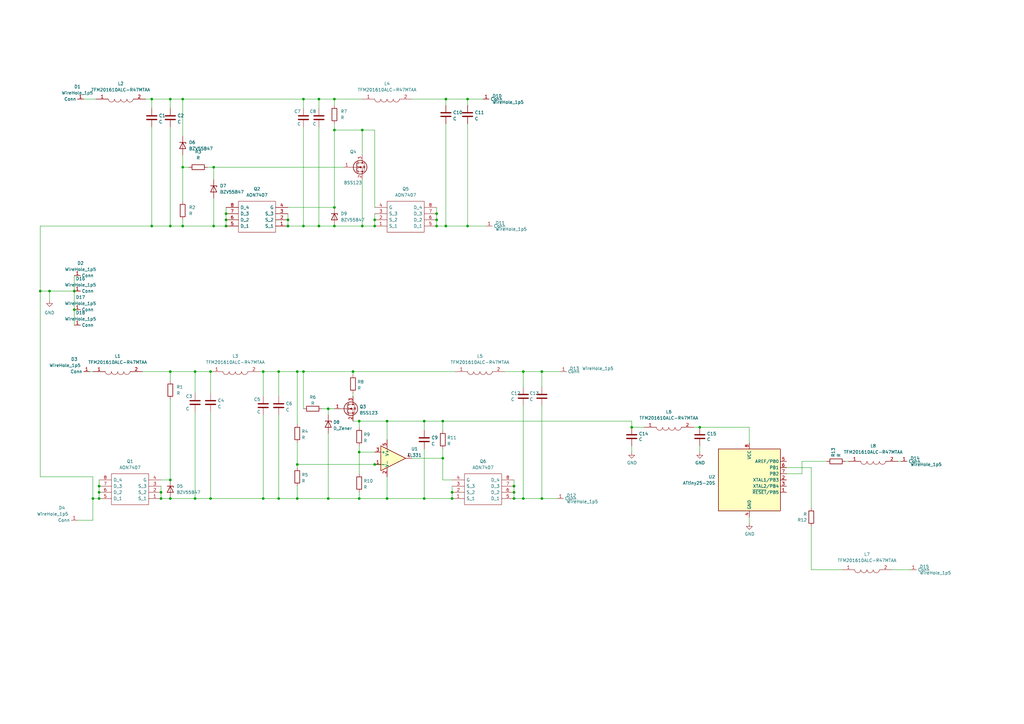
<source format=kicad_sch>
(kicad_sch (version 20211123) (generator eeschema)
  (paper "A3")
  (lib_symbols
    (symbol "AON7407:AON7407" (pin_names (offset 0.762))
      (property "Reference" "Q" (at 21.59 7.62 0))
      (property "Value" "AON7407" (at 21.59 5.08 0))
      (symbol "AON7407_0_0"
        (pin passive line (at 0 0 0) (length 5.08) (name "S_1") (number "1"))
        (pin passive line (at 0 -2.54 0) (length 5.08) (name "S_2") (number "2"))
        (pin passive line (at 0 -5.08 0) (length 5.08) (name "S_3") (number "3"))
        (pin passive line (at 0 -7.62 0) (length 5.08) (name "G") (number "4"))
        (pin passive line (at 25.4 0 180) (length 5.08) (name "D_1") (number "5"))
        (pin passive line (at 25.4 -2.54 180) (length 5.08) (name "D_2") (number "6"))
        (pin passive line (at 25.4 -5.08 180) (length 5.08) (name "D_3") (number "7"))
        (pin passive line (at 25.4 -7.62 180) (length 5.08) (name "D_4") (number "8"))
      )
      (symbol "AON7407_0_1"
        (polyline (pts (xy 5.08 2.54) (xy 20.32 2.54) (xy 20.32 -10.16) (xy 5.08 -10.16) (xy 5.08 2.54)) (stroke (width 0.1524)))
      )
    )
    (symbol "Comparator:TL331" (pin_names (offset 0.127))
      (property "Reference" "U" (at 1.27 5.08 0))
      (property "Value" "TL331" (at 3.81 -5.08 0))
      (symbol "TL331_0_1"
        (polyline (pts (xy -5.08 5.08) (xy 5.08 0) (xy -5.08 -5.08) (xy -5.08 5.08)) (stroke (width 0.254)) (fill (type background)))
      )
      (symbol "TL331_1_1"
        (pin input line (at -7.62 -2.54 0) (length 2.54) (name "-") (number "1"))
        (pin power_in line (at -2.54 -7.62 90) (length 3.81) (name "V-") (number "2"))
        (pin input line (at -7.62 2.54 0) (length 2.54) (name "+") (number "3"))
        (pin open_collector line (at 7.62 0 180) (length 2.54) (name "~") (number "4"))
        (pin power_in line (at -2.54 7.62 270) (length 3.81) (name "V+") (number "5"))
      )
    )
    (symbol "Connectors_for_Wire:WireHole_1p5"
      (property "Reference" "D" (at 0 -1.27 0))
      (property "Value" "WireHole_1p5" (at 0 1.27 0))
      (symbol "WireHole_1p5_1_0"
        (pin bidirectional line (at 0 0 0) (length 2.54) (name "Conn") (number "1"))
      )
    )
    (symbol "Device:C" (pin_numbers hide) (pin_names (offset 0.254))
      (property "Reference" "C" (at 0.635 2.54 0))
      (property "Value" "C" (at 0.635 -2.54 0))
      (symbol "C_0_1"
        (polyline (pts (xy -2.032 -0.762) (xy 2.032 -0.762)) (stroke (width 0.508)))
        (polyline (pts (xy -2.032 0.762) (xy 2.032 0.762)) (stroke (width 0.508)))
      )
      (symbol "C_1_1"
        (pin passive line (at 0 3.81 270) (length 2.794) (name "~") (number "1"))
        (pin passive line (at 0 -3.81 90) (length 2.794) (name "~") (number "2"))
      )
    )
    (symbol "Device:D_Zener" (pin_numbers hide) (pin_names (offset 1.016) hide)
      (property "Reference" "D" (at 0 2.54 0))
      (property "Value" "D_Zener" (at 0 -2.54 0))
      (symbol "D_Zener_0_1"
        (polyline (pts (xy 1.27 0) (xy -1.27 0)))
        (polyline (pts (xy -1.27 -1.27) (xy -1.27 1.27) (xy -0.762 1.27)) (stroke (width 0.254)))
        (polyline (pts (xy 1.27 -1.27) (xy 1.27 1.27) (xy -1.27 0) (xy 1.27 -1.27)) (stroke (width 0.254)))
      )
      (symbol "D_Zener_1_1"
        (pin passive line (at -3.81 0 0) (length 2.54) (name "K") (number "1"))
        (pin passive line (at 3.81 0 180) (length 2.54) (name "A") (number "2"))
      )
    )
    (symbol "Device:R" (pin_numbers hide) (pin_names (offset 0))
      (property "Reference" "R" (at 2.032 0 90))
      (property "Value" "R" (at 0 0 90))
      (symbol "R_0_1"
        (rectangle (start -1.016 -2.54) (end 1.016 2.54) (stroke (width 0.254)))
      )
      (symbol "R_1_1"
        (pin passive line (at 0 3.81 270) (length 1.27) (name "~") (number "1"))
        (pin passive line (at 0 -3.81 90) (length 1.27) (name "~") (number "2"))
      )
    )
    (symbol "Diode:BZV55B47" (pin_numbers hide) (pin_names hide)
      (property "Reference" "D" (at 0 2.54 0))
      (property "Value" "BZV55B47" (at 0 -2.54 0))
      (symbol "BZV55B47_0_1"
        (polyline (pts (xy 1.27 0) (xy -1.27 0)))
        (polyline (pts (xy -1.27 -1.27) (xy -1.27 1.27) (xy -0.762 1.27)) (stroke (width 0.254)))
        (polyline (pts (xy 1.27 -1.27) (xy 1.27 1.27) (xy -1.27 0) (xy 1.27 -1.27)) (stroke (width 0.254)))
      )
      (symbol "BZV55B47_1_1"
        (pin passive line (at -3.81 0 0) (length 2.54) (name "K") (number "1"))
        (pin passive line (at 3.81 0 180) (length 2.54) (name "A") (number "2"))
      )
    )
    (symbol "MCU_Microchip_ATtiny:ATtiny25-20S"
      (property "Reference" "U" (at -12.7 13.97 0))
      (property "Value" "ATtiny25-20S" (at 2.54 -13.97 0))
      (symbol "ATtiny25-20S_0_1"
        (rectangle (start -12.7 -12.7) (end 12.7 12.7) (stroke (width 0.254)) (fill (type background)))
      )
      (symbol "ATtiny25-20S_1_1"
        (pin bidirectional line (at 15.24 -5.08 180) (length 2.54) (name "~{RESET}/PB5") (number "1"))
        (pin bidirectional line (at 15.24 0 180) (length 2.54) (name "XTAL1/PB3") (number "2"))
        (pin bidirectional line (at 15.24 -2.54 180) (length 2.54) (name "XTAL2/PB4") (number "3"))
        (pin power_in line (at 0 -15.24 90) (length 2.54) (name "GND") (number "4"))
        (pin bidirectional line (at 15.24 7.62 180) (length 2.54) (name "AREF/PB0") (number "5"))
        (pin bidirectional line (at 15.24 5.08 180) (length 2.54) (name "PB1") (number "6"))
        (pin bidirectional line (at 15.24 2.54 180) (length 2.54) (name "PB2") (number "7"))
        (pin power_in line (at 0 15.24 270) (length 2.54) (name "VCC") (number "8"))
      )
    )
    (symbol "TFM201610ALC-R47MTAA:TFM201610ALC-R47MTAA" (pin_names (offset 0.762))
      (property "Reference" "L" (at 16.51 6.35 0))
      (property "Value" "TFM201610ALC-R47MTAA" (at 16.51 3.81 0))
      (symbol "TFM201610ALC-R47MTAA_0_0"
        (pin passive line (at 0 0 0) (length 5.08) (name "~") (number "1"))
        (pin passive line (at 20.32 0 180) (length 5.08) (name "~") (number "2"))
      )
      (symbol "TFM201610ALC-R47MTAA_0_1"
        (arc (start 5.08 0) (mid 6.35 -1.3218) (end 7.62 0) (stroke (width 0.1524)))
        (arc (start 7.62 0) (mid 8.89 -1.3218) (end 10.16 0) (stroke (width 0.1524)))
        (arc (start 10.16 0) (mid 11.43 -1.3218) (end 12.7 0) (stroke (width 0.1524)))
        (arc (start 12.7 0) (mid 13.97 -1.3218) (end 15.24 0) (stroke (width 0.1524)))
      )
    )
    (symbol "Transistor_FET:BSS123" (pin_names hide)
      (property "Reference" "Q" (at 5.08 1.905 0))
      (property "Value" "BSS123" (at 5.08 0 0))
      (symbol "BSS123_0_1"
        (polyline (pts (xy 0.254 0) (xy -2.54 0)))
        (polyline (pts (xy 0.254 1.905) (xy 0.254 -1.905)) (stroke (width 0.254)))
        (polyline (pts (xy 0.762 -1.27) (xy 0.762 -2.286)) (stroke (width 0.254)))
        (polyline (pts (xy 0.762 0.508) (xy 0.762 -0.508)) (stroke (width 0.254)))
        (polyline (pts (xy 0.762 2.286) (xy 0.762 1.27)) (stroke (width 0.254)))
        (polyline (pts (xy 2.54 2.54) (xy 2.54 1.778)))
        (polyline (pts (xy 2.54 -2.54) (xy 2.54 0) (xy 0.762 0)))
        (polyline (pts (xy 0.762 -1.778) (xy 3.302 -1.778) (xy 3.302 1.778) (xy 0.762 1.778)))
        (polyline (pts (xy 1.016 0) (xy 2.032 0.381) (xy 2.032 -0.381) (xy 1.016 0)) (fill (type outline)))
        (polyline (pts (xy 2.794 0.508) (xy 2.921 0.381) (xy 3.683 0.381) (xy 3.81 0.254)))
        (polyline (pts (xy 3.302 0.381) (xy 2.921 -0.254) (xy 3.683 -0.254) (xy 3.302 0.381)))
        (circle (center 1.651 0) (radius 2.794) (stroke (width 0.254)))
        (circle (center 2.54 -1.778) (radius 0.254) (fill (type outline)))
        (circle (center 2.54 1.778) (radius 0.254) (fill (type outline)))
      )
      (symbol "BSS123_1_1"
        (pin input line (at -5.08 0 0) (length 2.54) (name "G") (number "1"))
        (pin passive line (at 2.54 -5.08 90) (length 2.54) (name "S") (number "2"))
        (pin passive line (at 2.54 5.08 270) (length 2.54) (name "D") (number "3"))
      )
    )
    (symbol "power:GND" (power) (pin_names (offset 0))
      (property "Value" "GND" (at 0 -3.81 0))
      (symbol "GND_0_1"
        (polyline (pts (xy 0 0) (xy 0 -1.27) (xy 1.27 -1.27) (xy 0 -2.54) (xy -1.27 -1.27) (xy 0 -1.27)))
      )
      (symbol "GND_1_1"
        (pin power_in line (at 0 0 270) (length 0) hide (name "GND") (number "1"))
      )
    )
  )
  (junction (at 185.42 201.93))
  (junction (at 62.23 92.71))
  (junction (at 107.95 204.47))
  (junction (at 40.64 204.47))
  (junction (at 86.36 152.4))
  (junction (at 38.1 204.47))
  (junction (at 66.04 201.93))
  (junction (at 210.82 201.93))
  (junction (at 287.02 175.26))
  (junction (at 210.82 199.39))
  (junction (at 30.48 127))
  (junction (at 92.71 92.71))
  (junction (at 69.85 152.4))
  (junction (at 137.16 40.64))
  (junction (at 130.81 40.64))
  (junction (at 147.32 204.47))
  (junction (at 153.67 92.71))
  (junction (at 69.85 40.64))
  (junction (at 191.77 92.71))
  (junction (at 80.01 204.47))
  (junction (at 147.32 172.72))
  (junction (at 124.46 152.4))
  (junction (at 137.16 85.09))
  (junction (at 153.67 90.17))
  (junction (at 173.99 172.72))
  (junction (at 124.46 40.64))
  (junction (at 118.11 90.17))
  (junction (at 148.59 53.34))
  (junction (at 144.78 152.4))
  (junction (at 40.64 199.39))
  (junction (at 30.48 119.38))
  (junction (at 182.88 40.64))
  (junction (at 40.64 201.93))
  (junction (at 69.85 196.85))
  (junction (at 69.85 204.47))
  (junction (at 179.07 92.71))
  (junction (at 158.75 204.47))
  (junction (at 114.3 152.4))
  (junction (at 182.88 92.71))
  (junction (at 20.32 119.38))
  (junction (at 210.82 204.47))
  (junction (at 181.61 172.72))
  (junction (at 124.46 92.71))
  (junction (at 130.81 92.71))
  (junction (at 222.25 152.4))
  (junction (at 173.99 204.47))
  (junction (at 87.63 68.58))
  (junction (at 87.63 92.71))
  (junction (at 185.42 204.47))
  (junction (at 134.62 204.47))
  (junction (at 114.3 204.47))
  (junction (at 92.71 87.63))
  (junction (at 80.01 152.4))
  (junction (at 134.62 167.64))
  (junction (at 121.92 204.47))
  (junction (at 74.93 92.71))
  (junction (at 158.75 172.72))
  (junction (at 121.92 152.4))
  (junction (at 214.63 152.4))
  (junction (at 74.93 40.64))
  (junction (at 259.08 175.26))
  (junction (at 214.63 204.47))
  (junction (at 121.92 190.5))
  (junction (at 107.95 152.4))
  (junction (at 118.11 92.71))
  (junction (at 181.61 187.96))
  (junction (at 137.16 92.71))
  (junction (at 179.07 87.63))
  (junction (at 92.71 90.17))
  (junction (at 62.23 40.64))
  (junction (at 16.51 119.38))
  (junction (at 66.04 204.47))
  (junction (at 148.59 92.71))
  (junction (at 74.93 68.58))
  (junction (at 191.77 40.64))
  (junction (at 222.25 204.47))
  (junction (at 137.16 53.34))
  (junction (at 179.07 90.17))
  (junction (at 86.36 204.47))
  (junction (at 153.67 190.5))
  (junction (at 147.32 185.42))
  (junction (at 69.85 92.71))
  (wire (pts (xy 74.93 40.64) (xy 124.46 40.64)))
  (wire (pts (xy 259.08 175.26) (xy 264.16 175.26)))
  (wire (pts (xy 124.46 52.07) (xy 124.46 92.71)))
  (wire (pts (xy 137.16 85.09) (xy 118.11 85.09)))
  (wire (pts (xy 40.64 199.39) (xy 40.64 201.93)))
  (wire (pts (xy 179.07 85.09) (xy 179.07 87.63)))
  (wire (pts (xy 332.74 191.77) (xy 332.74 208.28)))
  (wire (pts (xy 191.77 92.71) (xy 199.39 92.71)))
  (wire (pts (xy 153.67 53.34) (xy 153.67 85.09)))
  (wire (pts (xy 58.42 152.4) (xy 69.85 152.4)))
  (wire (pts (xy 173.99 172.72) (xy 173.99 176.53)))
  (wire (pts (xy 114.3 152.4) (xy 114.3 162.56)))
  (wire (pts (xy 182.88 40.64) (xy 182.88 43.18)))
  (wire (pts (xy 114.3 204.47) (xy 121.92 204.47)))
  (wire (pts (xy 137.16 40.64) (xy 148.59 40.64)))
  (wire (pts (xy 368.3 189.23) (xy 369.57 189.23)))
  (wire (pts (xy 210.82 204.47) (xy 214.63 204.47)))
  (wire (pts (xy 118.11 92.71) (xy 124.46 92.71)))
  (wire (pts (xy 182.88 50.8) (xy 182.88 92.71)))
  (wire (pts (xy 69.85 52.07) (xy 69.85 92.71)))
  (wire (pts (xy 121.92 173.99) (xy 121.92 152.4)))
  (wire (pts (xy 144.78 152.4) (xy 144.78 153.67)))
  (wire (pts (xy 66.04 201.93) (xy 66.04 204.47)))
  (wire (pts (xy 144.78 161.29) (xy 144.78 162.56)))
  (wire (pts (xy 106.68 152.4) (xy 107.95 152.4)))
  (wire (pts (xy 59.69 40.64) (xy 62.23 40.64)))
  (wire (pts (xy 181.61 172.72) (xy 259.08 172.72)))
  (wire (pts (xy 332.74 233.68) (xy 345.44 233.68)))
  (wire (pts (xy 80.01 152.4) (xy 80.01 161.29)))
  (wire (pts (xy 38.1 204.47) (xy 40.64 204.47)))
  (wire (pts (xy 182.88 92.71) (xy 191.77 92.71)))
  (wire (pts (xy 69.85 204.47) (xy 80.01 204.47)))
  (wire (pts (xy 114.3 152.4) (xy 121.92 152.4)))
  (wire (pts (xy 74.93 68.58) (xy 77.47 68.58)))
  (wire (pts (xy 147.32 185.42) (xy 153.67 185.42)))
  (wire (pts (xy 87.63 81.28) (xy 87.63 92.71)))
  (wire (pts (xy 107.95 152.4) (xy 114.3 152.4)))
  (wire (pts (xy 134.62 167.64) (xy 134.62 170.18)))
  (wire (pts (xy 34.29 40.64) (xy 39.37 40.64)))
  (wire (pts (xy 307.34 212.09) (xy 307.34 214.63)))
  (wire (pts (xy 147.32 182.88) (xy 147.32 185.42)))
  (wire (pts (xy 30.48 113.03) (xy 30.48 119.38)))
  (wire (pts (xy 74.93 63.5) (xy 74.93 68.58)))
  (wire (pts (xy 118.11 90.17) (xy 118.11 92.71)))
  (wire (pts (xy 259.08 172.72) (xy 259.08 175.26)))
  (wire (pts (xy 107.95 152.4) (xy 107.95 162.56)))
  (wire (pts (xy 222.25 204.47) (xy 228.6 204.47)))
  (wire (pts (xy 148.59 73.66) (xy 148.59 92.71)))
  (wire (pts (xy 92.71 90.17) (xy 92.71 92.71)))
  (wire (pts (xy 214.63 204.47) (xy 222.25 204.47)))
  (wire (pts (xy 287.02 175.26) (xy 307.34 175.26)))
  (wire (pts (xy 181.61 184.15) (xy 181.61 187.96)))
  (wire (pts (xy 259.08 182.88) (xy 259.08 185.42)))
  (wire (pts (xy 153.67 90.17) (xy 153.67 92.71)))
  (wire (pts (xy 132.08 167.64) (xy 134.62 167.64)))
  (wire (pts (xy 124.46 152.4) (xy 144.78 152.4)))
  (wire (pts (xy 179.07 90.17) (xy 179.07 92.71)))
  (wire (pts (xy 365.76 233.68) (xy 373.38 233.68)))
  (wire (pts (xy 38.1 195.58) (xy 38.1 204.47)))
  (wire (pts (xy 173.99 184.15) (xy 173.99 204.47)))
  (wire (pts (xy 222.25 152.4) (xy 222.25 158.75)))
  (wire (pts (xy 124.46 40.64) (xy 124.46 44.45)))
  (wire (pts (xy 69.85 152.4) (xy 69.85 156.21)))
  (wire (pts (xy 20.32 119.38) (xy 20.32 123.19)))
  (wire (pts (xy 173.99 204.47) (xy 185.42 204.47)))
  (wire (pts (xy 153.67 87.63) (xy 153.67 90.17)))
  (wire (pts (xy 157.48 190.5) (xy 153.67 190.5)))
  (wire (pts (xy 121.92 152.4) (xy 124.46 152.4)))
  (wire (pts (xy 107.95 170.18) (xy 107.95 204.47)))
  (wire (pts (xy 38.1 213.36) (xy 38.1 204.47)))
  (wire (pts (xy 16.51 92.71) (xy 62.23 92.71)))
  (wire (pts (xy 147.32 172.72) (xy 147.32 175.26)))
  (wire (pts (xy 121.92 204.47) (xy 134.62 204.47)))
  (wire (pts (xy 87.63 68.58) (xy 140.97 68.58)))
  (wire (pts (xy 322.58 191.77) (xy 332.74 191.77)))
  (wire (pts (xy 66.04 204.47) (xy 69.85 204.47)))
  (wire (pts (xy 346.71 189.23) (xy 347.98 189.23)))
  (wire (pts (xy 148.59 63.5) (xy 148.59 53.34)))
  (wire (pts (xy 80.01 168.91) (xy 80.01 204.47)))
  (wire (pts (xy 158.75 172.72) (xy 173.99 172.72)))
  (wire (pts (xy 69.85 92.71) (xy 74.93 92.71)))
  (wire (pts (xy 16.51 92.71) (xy 16.51 119.38)))
  (wire (pts (xy 74.93 40.64) (xy 74.93 55.88)))
  (wire (pts (xy 158.75 195.58) (xy 158.75 204.47)))
  (wire (pts (xy 66.04 196.85) (xy 69.85 196.85)))
  (wire (pts (xy 62.23 40.64) (xy 69.85 40.64)))
  (wire (pts (xy 214.63 152.4) (xy 222.25 152.4)))
  (wire (pts (xy 124.46 152.4) (xy 124.46 167.64)))
  (wire (pts (xy 30.48 119.38) (xy 30.48 127)))
  (wire (pts (xy 328.93 189.23) (xy 339.09 189.23)))
  (wire (pts (xy 86.36 168.91) (xy 86.36 204.47)))
  (wire (pts (xy 191.77 40.64) (xy 191.77 43.18)))
  (wire (pts (xy 80.01 152.4) (xy 86.36 152.4)))
  (wire (pts (xy 147.32 201.93) (xy 147.32 204.47)))
  (wire (pts (xy 107.95 204.47) (xy 114.3 204.47)))
  (wire (pts (xy 62.23 40.64) (xy 62.23 44.45)))
  (wire (pts (xy 121.92 199.39) (xy 121.92 204.47)))
  (wire (pts (xy 168.91 187.96) (xy 181.61 187.96)))
  (wire (pts (xy 134.62 204.47) (xy 147.32 204.47)))
  (wire (pts (xy 69.85 163.83) (xy 69.85 196.85)))
  (wire (pts (xy 87.63 68.58) (xy 87.63 73.66)))
  (wire (pts (xy 307.34 175.26) (xy 307.34 181.61)))
  (wire (pts (xy 210.82 199.39) (xy 210.82 201.93)))
  (wire (pts (xy 74.93 68.58) (xy 74.93 82.55)))
  (wire (pts (xy 69.85 152.4) (xy 80.01 152.4)))
  (wire (pts (xy 80.01 204.47) (xy 86.36 204.47)))
  (wire (pts (xy 147.32 185.42) (xy 147.32 194.31)))
  (wire (pts (xy 210.82 196.85) (xy 210.82 199.39)))
  (wire (pts (xy 185.42 199.39) (xy 185.42 201.93)))
  (wire (pts (xy 222.25 166.37) (xy 222.25 204.47)))
  (wire (pts (xy 121.92 181.61) (xy 121.92 190.5)))
  (wire (pts (xy 124.46 92.71) (xy 130.81 92.71)))
  (wire (pts (xy 130.81 92.71) (xy 137.16 92.71)))
  (wire (pts (xy 38.1 213.36) (xy 31.75 213.36)))
  (wire (pts (xy 121.92 190.5) (xy 121.92 191.77)))
  (wire (pts (xy 62.23 52.07) (xy 62.23 92.71)))
  (wire (pts (xy 16.51 195.58) (xy 38.1 195.58)))
  (wire (pts (xy 85.09 68.58) (xy 87.63 68.58)))
  (wire (pts (xy 86.36 204.47) (xy 107.95 204.47)))
  (wire (pts (xy 137.16 53.34) (xy 137.16 85.09)))
  (wire (pts (xy 40.64 196.85) (xy 40.64 199.39)))
  (wire (pts (xy 74.93 90.17) (xy 74.93 92.71)))
  (wire (pts (xy 185.42 201.93) (xy 185.42 204.47)))
  (wire (pts (xy 121.92 190.5) (xy 153.67 190.5)))
  (wire (pts (xy 287.02 182.88) (xy 287.02 185.42)))
  (wire (pts (xy 40.64 201.93) (xy 40.64 204.47)))
  (wire (pts (xy 148.59 53.34) (xy 137.16 53.34)))
  (wire (pts (xy 36.83 152.4) (xy 38.1 152.4)))
  (wire (pts (xy 130.81 40.64) (xy 130.81 44.45)))
  (wire (pts (xy 118.11 87.63) (xy 118.11 90.17)))
  (wire (pts (xy 181.61 187.96) (xy 181.61 196.85)))
  (wire (pts (xy 214.63 166.37) (xy 214.63 204.47)))
  (wire (pts (xy 148.59 92.71) (xy 137.16 92.71)))
  (wire (pts (xy 328.93 194.31) (xy 328.93 189.23)))
  (wire (pts (xy 114.3 170.18) (xy 114.3 204.47)))
  (wire (pts (xy 16.51 119.38) (xy 16.51 195.58)))
  (wire (pts (xy 173.99 172.72) (xy 181.61 172.72)))
  (wire (pts (xy 134.62 177.8) (xy 134.62 204.47)))
  (wire (pts (xy 147.32 204.47) (xy 158.75 204.47)))
  (wire (pts (xy 147.32 172.72) (xy 158.75 172.72)))
  (wire (pts (xy 168.91 40.64) (xy 182.88 40.64)))
  (wire (pts (xy 148.59 92.71) (xy 153.67 92.71)))
  (wire (pts (xy 158.75 172.72) (xy 158.75 180.34)))
  (wire (pts (xy 92.71 85.09) (xy 92.71 87.63)))
  (wire (pts (xy 148.59 53.34) (xy 153.67 53.34)))
  (wire (pts (xy 332.74 215.9) (xy 332.74 233.68)))
  (wire (pts (xy 210.82 201.93) (xy 210.82 204.47)))
  (wire (pts (xy 20.32 119.38) (xy 30.48 119.38)))
  (wire (pts (xy 214.63 152.4) (xy 214.63 158.75)))
  (wire (pts (xy 137.16 40.64) (xy 137.16 43.18)))
  (wire (pts (xy 182.88 40.64) (xy 191.77 40.64)))
  (wire (pts (xy 137.16 50.8) (xy 137.16 53.34)))
  (wire (pts (xy 130.81 52.07) (xy 130.81 92.71)))
  (wire (pts (xy 69.85 40.64) (xy 74.93 40.64)))
  (wire (pts (xy 284.48 175.26) (xy 287.02 175.26)))
  (wire (pts (xy 87.63 92.71) (xy 92.71 92.71)))
  (wire (pts (xy 124.46 40.64) (xy 130.81 40.64)))
  (wire (pts (xy 92.71 87.63) (xy 92.71 90.17)))
  (wire (pts (xy 66.04 199.39) (xy 66.04 201.93)))
  (wire (pts (xy 191.77 40.64) (xy 198.12 40.64)))
  (wire (pts (xy 181.61 176.53) (xy 181.61 172.72)))
  (wire (pts (xy 186.69 152.4) (xy 144.78 152.4)))
  (wire (pts (xy 134.62 167.64) (xy 137.16 167.64)))
  (wire (pts (xy 179.07 92.71) (xy 182.88 92.71)))
  (wire (pts (xy 86.36 152.4) (xy 86.36 161.29)))
  (wire (pts (xy 322.58 194.31) (xy 328.93 194.31)))
  (wire (pts (xy 30.48 127) (xy 30.48 133.35)))
  (wire (pts (xy 74.93 92.71) (xy 87.63 92.71)))
  (wire (pts (xy 158.75 204.47) (xy 173.99 204.47)))
  (wire (pts (xy 207.01 152.4) (xy 214.63 152.4)))
  (wire (pts (xy 181.61 196.85) (xy 185.42 196.85)))
  (wire (pts (xy 144.78 172.72) (xy 147.32 172.72)))
  (wire (pts (xy 69.85 40.64) (xy 69.85 44.45)))
  (wire (pts (xy 16.51 119.38) (xy 20.32 119.38)))
  (wire (pts (xy 130.81 40.64) (xy 137.16 40.64)))
  (wire (pts (xy 191.77 50.8) (xy 191.77 92.71)))
  (wire (pts (xy 222.25 152.4) (xy 229.87 152.4)))
  (wire (pts (xy 179.07 87.63) (xy 179.07 90.17)))
  (wire (pts (xy 62.23 92.71) (xy 69.85 92.71)))
  (symbol (lib_id "TFM201610ALC-R47MTAA:TFM201610ALC-R47MTAA") (at 186.69 152.4 0) (unit 1)
    (property "Reference" "L5" (at 196.85 146.05 0))
    (property "Value" "TFM201610ALC-R47MTAA" (at 196.85 148.59 0))
    (property "Footprint" "libraries:INDPM4442X200N" (effects hide))
    (property "Datasheet" "https://datasheet.datasheetarchive.com/originals/distributors/DKDS41/DSANUWW0039576.pdf" (effects hide))
    (property "Description" "Inductors for Power Circuits, for Consumer, Thin Film Metal, TFM201610ALC ,-40 to +125" (effects hide))
    (property "Height" "0.8" (effects hide))
    (property "Manufacturer_Name" "TDK" (effects hide))
    (property "Manufacturer_Part_Number" "TFM201610ALC-R47MTAA" (effects hide))
    (property "Mouser Part Number" "810-TFM201610ALCR47M" (effects hide))
    (property "Mouser Price/Stock" "https://www.mouser.co.uk/ProductDetail/TDK/TFM201610ALC-R47MTAA?qs=MLItCLRbWsy9rkE7tyNMeg%3D%3D" (effects hide))
    (property "Arrow Part Number" "TFM201610ALC-R47MTAA" (effects hide))
    (property "Arrow Price/Stock" "https://www.arrow.com/en/products/tfm201610alc-r47mtaa/tdk" (effects hide))
  )
  (symbol (lib_id "Device:C") (at 62.23 48.26 0) (unit 1)
    (property "Reference" "C1" (at 65.151 47.4253 0) (effects (justify left)))
    (property "Value" "C" (at 65.151 49.9622 0) (effects (justify left)))
    (property "Footprint" "Capacitor_SMD:C_1206_3216Metric_Pad1.33x1.80mm_HandSolder" (effects hide))
  )
  (symbol (lib_id "Device:C") (at 86.36 165.1 0) (unit 1)
    (property "Reference" "C4" (at 89.281 164.2653 0) (effects (justify left)))
    (property "Value" "C" (at 89.281 166.8022 0) (effects (justify left)))
    (property "Footprint" "Capacitor_SMD:C_1206_3216Metric_Pad1.33x1.80mm_HandSolder" (effects hide))
  )
  (symbol (lib_id "TFM201610ALC-R47MTAA:TFM201610ALC-R47MTAA") (at 345.44 233.68 0) (unit 1)
    (property "Reference" "L7" (at 355.6 227.33 0))
    (property "Value" "TFM201610ALC-R47MTAA" (at 355.6 229.87 0))
    (property "Footprint" "libraries:INDC2112X105N" (effects hide))
    (property "Datasheet" "https://datasheet.datasheetarchive.com/originals/distributors/DKDS41/DSANUWW0039576.pdf" (effects hide))
    (property "Description" "Inductors for Power Circuits, for Consumer, Thin Film Metal, TFM201610ALC ,-40 to +125" (effects hide))
    (property "Height" "0.8" (effects hide))
    (property "Manufacturer_Name" "TDK" (effects hide))
    (property "Manufacturer_Part_Number" "TFM201610ALC-R47MTAA" (effects hide))
    (property "Mouser Part Number" "810-TFM201610ALCR47M" (effects hide))
    (property "Mouser Price/Stock" "https://www.mouser.co.uk/ProductDetail/TDK/TFM201610ALC-R47MTAA?qs=MLItCLRbWsy9rkE7tyNMeg%3D%3D" (effects hide))
    (property "Arrow Part Number" "TFM201610ALC-R47MTAA" (effects hide))
    (property "Arrow Price/Stock" "https://www.arrow.com/en/products/tfm201610alc-r47mtaa/tdk" (effects hide))
  )
  (symbol (lib_id "AON7407:AON7407") (at 66.04 204.47 180) (unit 1)
    (property "Reference" "Q1" (at 53.34 189.23 0))
    (property "Value" "AON7407" (at 53.34 191.77 0))
    (property "Footprint" "libraries:DFN_3X3_EP" (effects hide))
    (property "Datasheet" "http://aosmd.com/res/data_sheets/AON7407.pdf" (effects hide))
    (property "Description" "MOSFET P-CH 20V 14.5A 8DFN" (effects hide))
    (property "Manufacturer_Name" "Alpha & Omega Semiconductors" (effects hide))
    (property "Manufacturer_Part_Number" "AON7407" (effects hide))
    (property "Arrow Part Number" "AON7407" (effects hide))
    (property "Arrow Price/Stock" "https://www.arrow.com/en/products/aon7407/alpha-and-omega-semiconductor?region=nac" (effects hide))
  )
  (symbol (lib_id "Connectors_for_Wire:WireHole_1p5") (at 198.12 40.64 0) (unit 1)
    (property "Reference" "D10" (at 201.93 39.3699 0) (effects (justify left)))
    (property "Value" "WireHole_1p5" (at 201.93 41.9099 0) (effects (justify left)))
    (property "Footprint" "Flat_Wires_Pads:Flat_Wire_Pad_7X2mm" (effects hide))
  )
  (symbol (lib_id "Connectors_for_Wire:WireHole_1p5") (at 30.48 113.03 0) (unit 1)
    (property "Reference" "D2" (at 33.02 107.95 0))
    (property "Value" "WireHole_1p5" (at 33.02 110.49 0))
    (property "Footprint" "libraries:WireHole_1p2" (effects hide))
  )
  (symbol (lib_id "Device:C") (at 80.01 165.1 0) (unit 1)
    (property "Reference" "C3" (at 76.2 162.56 0) (effects (justify left)))
    (property "Value" "C" (at 76.2 167.64 0) (effects (justify left)))
    (property "Footprint" "Capacitor_SMD:C_1206_3216Metric_Pad1.33x1.80mm_HandSolder" (effects hide))
  )
  (symbol (lib_id "Comparator:TL331") (at 161.29 187.96 0) (unit 1)
    (property "Reference" "U1" (at 170.0235 184.1333 0))
    (property "Value" "TL331" (at 170.0235 186.6702 0))
    (property "Footprint" "Package_TO_SOT_SMD:SOT-23-5" (effects hide))
    (property "Datasheet" "http://www.ti.com/lit/ds/symlink/tl331.pdf" (effects hide))
  )
  (symbol (lib_id "Device:C") (at 130.81 48.26 0) (unit 1)
    (property "Reference" "C8" (at 127 45.72 0) (effects (justify left)))
    (property "Value" "C" (at 128.27 50.8 0) (effects (justify left)))
    (property "Footprint" "Capacitor_SMD:C_1206_3216Metric_Pad1.33x1.80mm_HandSolder" (effects hide))
  )
  (symbol (lib_id "Device:R") (at 74.93 86.36 0) (unit 1)
    (property "Reference" "R2" (at 77.47 85.0899 0) (effects (justify left)))
    (property "Value" "R" (at 77.47 87.6299 0) (effects (justify left)))
    (property "Footprint" "Resistor_SMD:R_01005_0402Metric_Pad0.57x0.30mm_HandSolder" (effects hide))
  )
  (symbol (lib_id "Device:C") (at 173.99 180.34 0) (unit 1)
    (property "Reference" "C9" (at 176.911 179.5053 0) (effects (justify left)))
    (property "Value" "C" (at 176.911 182.0422 0) (effects (justify left)))
    (property "Footprint" "Capacitor_SMD:C_1206_3216Metric_Pad1.33x1.80mm_HandSolder" (effects hide))
  )
  (symbol (lib_id "TFM201610ALC-R47MTAA:TFM201610ALC-R47MTAA") (at 148.59 40.64 0) (unit 1)
    (property "Reference" "L4" (at 158.75 34.29 0))
    (property "Value" "TFM201610ALC-R47MTAA" (at 158.75 36.83 0))
    (property "Footprint" "libraries:INDPM4442X200N" (effects hide))
    (property "Datasheet" "https://datasheet.datasheetarchive.com/originals/distributors/DKDS41/DSANUWW0039576.pdf" (effects hide))
    (property "Description" "Inductors for Power Circuits, for Consumer, Thin Film Metal, TFM201610ALC ,-40 to +125" (effects hide))
    (property "Height" "0.8" (effects hide))
    (property "Manufacturer_Name" "TDK" (effects hide))
    (property "Manufacturer_Part_Number" "TFM201610ALC-R47MTAA" (effects hide))
    (property "Mouser Part Number" "810-TFM201610ALCR47M" (effects hide))
    (property "Mouser Price/Stock" "https://www.mouser.co.uk/ProductDetail/TDK/TFM201610ALC-R47MTAA?qs=MLItCLRbWsy9rkE7tyNMeg%3D%3D" (effects hide))
    (property "Arrow Part Number" "TFM201610ALC-R47MTAA" (effects hide))
    (property "Arrow Price/Stock" "https://www.arrow.com/en/products/tfm201610alc-r47mtaa/tdk" (effects hide))
  )
  (symbol (lib_id "Transistor_FET:BSS123") (at 142.24 167.64 0) (unit 1)
    (property "Reference" "Q3" (at 147.447 166.8053 0) (effects (justify left)))
    (property "Value" "BSS123" (at 147.447 169.3422 0) (effects (justify left)))
    (property "Footprint" "Package_TO_SOT_SMD:SOT-23" (effects hide))
    (property "Datasheet" "http://www.diodes.com/assets/Datasheets/ds30366.pdf" (effects hide))
  )
  (symbol (lib_id "Transistor_FET:BSS123") (at 146.05 68.58 0) (unit 1)
    (property "Reference" "Q4" (at 143.51 62.23 0) (effects (justify left)))
    (property "Value" "BSS123" (at 140.97 74.93 0) (effects (justify left)))
    (property "Footprint" "Package_TO_SOT_SMD:SOT-23" (effects hide))
    (property "Datasheet" "http://www.diodes.com/assets/Datasheets/ds30366.pdf" (effects hide))
  )
  (symbol (lib_id "Device:R") (at 137.16 46.99 0) (unit 1)
    (property "Reference" "R7" (at 139.7 45.7199 0) (effects (justify left)))
    (property "Value" "R" (at 139.7 48.2599 0) (effects (justify left)))
    (property "Footprint" "Resistor_SMD:R_01005_0402Metric_Pad0.57x0.30mm_HandSolder" (effects hide))
  )
  (symbol (lib_id "Diode:BZV55B47") (at 137.16 88.9 270) (unit 1)
    (property "Reference" "D9" (at 139.7 87.6299 90) (effects (justify left)))
    (property "Value" "BZV55B47" (at 139.7 90.1699 90) (effects (justify left)))
    (property "Footprint" "Diode_SMD:D_MiniMELF" (effects hide))
    (property "Datasheet" "https://assets.nexperia.com/documents/data-sheet/BZV55_SER.pdf" (effects hide))
  )
  (symbol (lib_id "Device:D_Zener") (at 134.62 173.99 270) (unit 1)
    (property "Reference" "D8" (at 136.652 173.1553 90) (effects (justify left)))
    (property "Value" "D_Zener" (at 136.652 175.6922 90) (effects (justify left)))
    (property "Footprint" "libraries:SOD2513X120N" (effects hide))
  )
  (symbol (lib_id "Device:C") (at 214.63 162.56 0) (unit 1)
    (property "Reference" "C12" (at 209.55 161.2931 0) (effects (justify left)))
    (property "Value" "C" (at 209.55 163.83 0) (effects (justify left)))
    (property "Footprint" "Capacitor_SMD:C_1206_3216Metric_Pad1.33x1.80mm_HandSolder" (effects hide))
  )
  (symbol (lib_id "Device:R") (at 144.78 157.48 0) (unit 1)
    (property "Reference" "R8" (at 146.558 156.6453 0) (effects (justify left)))
    (property "Value" "R" (at 146.558 159.1822 0) (effects (justify left)))
    (property "Footprint" "Resistor_SMD:R_01005_0402Metric_Pad0.57x0.30mm_HandSolder" (effects hide))
  )
  (symbol (lib_id "Connectors_for_Wire:WireHole_1p5") (at 30.48 119.38 0) (unit 1)
    (property "Reference" "D16" (at 33.02 114.3 0))
    (property "Value" "WireHole_1p5" (at 33.02 116.84 0))
    (property "Footprint" "libraries:WireHole_1p2" (effects hide))
  )
  (symbol (lib_id "Device:R") (at 121.92 195.58 0) (unit 1)
    (property "Reference" "R5" (at 123.698 194.7453 0) (effects (justify left)))
    (property "Value" "R" (at 123.698 197.2822 0) (effects (justify left)))
    (property "Footprint" "Resistor_SMD:R_01005_0402Metric_Pad0.57x0.30mm_HandSolder" (effects hide))
  )
  (symbol (lib_id "Device:C") (at 182.88 46.99 0) (unit 1)
    (property "Reference" "C10" (at 185.801 46.1553 0) (effects (justify left)))
    (property "Value" "C" (at 185.801 48.6922 0) (effects (justify left)))
    (property "Footprint" "Capacitor_SMD:C_1206_3216Metric_Pad1.33x1.80mm_HandSolder" (effects hide))
  )
  (symbol (lib_id "TFM201610ALC-R47MTAA:TFM201610ALC-R47MTAA") (at 86.36 152.4 0) (unit 1)
    (property "Reference" "L3" (at 96.52 146.05 0))
    (property "Value" "TFM201610ALC-R47MTAA" (at 96.52 148.59 0))
    (property "Footprint" "libraries:INDPM4442X200N" (effects hide))
    (property "Datasheet" "https://datasheet.datasheetarchive.com/originals/distributors/DKDS41/DSANUWW0039576.pdf" (effects hide))
    (property "Description" "Inductors for Power Circuits, for Consumer, Thin Film Metal, TFM201610ALC ,-40 to +125" (effects hide))
    (property "Height" "0.8" (effects hide))
    (property "Manufacturer_Name" "TDK" (effects hide))
    (property "Manufacturer_Part_Number" "TFM201610ALC-R47MTAA" (effects hide))
    (property "Mouser Part Number" "810-TFM201610ALCR47M" (effects hide))
    (property "Mouser Price/Stock" "https://www.mouser.co.uk/ProductDetail/TDK/TFM201610ALC-R47MTAA?qs=MLItCLRbWsy9rkE7tyNMeg%3D%3D" (effects hide))
    (property "Arrow Part Number" "TFM201610ALC-R47MTAA" (effects hide))
    (property "Arrow Price/Stock" "https://www.arrow.com/en/products/tfm201610alc-r47mtaa/tdk" (effects hide))
  )
  (symbol (lib_id "Device:C") (at 107.95 166.37 0) (unit 1)
    (property "Reference" "C5" (at 104.14 163.83 0) (effects (justify left)))
    (property "Value" "C" (at 105.41 168.91 0) (effects (justify left)))
    (property "Footprint" "Capacitor_SMD:C_1206_3216Metric_Pad1.33x1.80mm_HandSolder" (effects hide))
  )
  (symbol (lib_id "Connectors_for_Wire:WireHole_1p5") (at 369.57 189.23 0) (unit 1)
    (property "Reference" "D14" (at 373.38 187.9599 0) (effects (justify left)))
    (property "Value" "WireHole_1p5" (at 373.38 190.4999 0) (effects (justify left)))
    (property "Footprint" "Flat_Wires_Pads:Flat_Wire_Pad_7X2mm" (effects hide))
  )
  (symbol (lib_id "Device:R") (at 147.32 179.07 0) (unit 1)
    (property "Reference" "R9" (at 149.098 178.2353 0) (effects (justify left)))
    (property "Value" "R" (at 149.098 180.7722 0) (effects (justify left)))
    (property "Footprint" "Resistor_SMD:R_01005_0402Metric_Pad0.57x0.30mm_HandSolder" (effects hide))
  )
  (symbol (lib_id "Connectors_for_Wire:WireHole_1p5") (at 36.83 152.4 0) (mirror y) (unit 1)
    (property "Reference" "D3" (at 30.48 147.32 0))
    (property "Value" "WireHole_1p5" (at 26.67 149.86 0))
    (property "Footprint" "libraries:WireHole_1p2" (effects hide))
  )
  (symbol (lib_id "Connectors_for_Wire:WireHole_1p5") (at 31.75 213.36 0) (mirror y) (unit 1)
    (property "Reference" "D4" (at 25.4 208.28 0))
    (property "Value" "WireHole_1p5" (at 21.59 210.82 0))
    (property "Footprint" "libraries:WireHole_1p2" (effects hide))
  )
  (symbol (lib_id "power:GND") (at 20.32 123.19 0) (unit 1)
    (property "Reference" "#PWR04" (effects hide))
    (property "Value" "GND" (at 20.32 128.27 0))
  )
  (symbol (lib_id "Device:R") (at 69.85 160.02 0) (unit 1)
    (property "Reference" "R1" (at 72.39 158.7499 0) (effects (justify left)))
    (property "Value" "R" (at 72.39 161.2899 0) (effects (justify left)))
    (property "Footprint" "Resistor_SMD:R_01005_0402Metric_Pad0.57x0.30mm_HandSolder" (effects hide))
  )
  (symbol (lib_id "Device:C") (at 222.25 162.56 0) (unit 1)
    (property "Reference" "C13" (at 217.17 161.2931 0) (effects (justify left)))
    (property "Value" "C" (at 217.17 163.83 0) (effects (justify left)))
    (property "Footprint" "Capacitor_SMD:C_1206_3216Metric_Pad1.33x1.80mm_HandSolder" (effects hide))
  )
  (symbol (lib_id "Diode:BZV55B47") (at 87.63 77.47 270) (unit 1)
    (property "Reference" "D7" (at 90.17 76.1999 90) (effects (justify left)))
    (property "Value" "BZV55B47" (at 90.17 78.7399 90) (effects (justify left)))
    (property "Footprint" "Diode_SMD:D_MiniMELF" (effects hide))
    (property "Datasheet" "https://assets.nexperia.com/documents/data-sheet/BZV55_SER.pdf" (effects hide))
  )
  (symbol (lib_id "AON7407:AON7407") (at 153.67 92.71 0) (mirror x) (unit 1)
    (property "Reference" "Q5" (at 166.37 77.47 0))
    (property "Value" "AON7407" (at 166.37 80.01 0))
    (property "Footprint" "libraries:DFN_3X3_EP" (effects hide))
    (property "Datasheet" "http://aosmd.com/res/data_sheets/AON7407.pdf" (effects hide))
    (property "Description" "MOSFET P-CH 20V 14.5A 8DFN" (effects hide))
    (property "Manufacturer_Name" "Alpha & Omega Semiconductors" (effects hide))
    (property "Manufacturer_Part_Number" "AON7407" (effects hide))
    (property "Arrow Part Number" "AON7407" (effects hide))
    (property "Arrow Price/Stock" "https://www.arrow.com/en/products/aon7407/alpha-and-omega-semiconductor?region=nac" (effects hide))
  )
  (symbol (lib_id "Connectors_for_Wire:WireHole_1p5") (at 34.29 40.64 0) (mirror y) (unit 1)
    (property "Reference" "D1" (at 31.75 35.56 0))
    (property "Value" "WireHole_1p5" (at 31.75 38.1 0))
    (property "Footprint" "libraries:WireHole_1p2" (effects hide))
  )
  (symbol (lib_id "Diode:BZV55B47") (at 74.93 59.69 270) (unit 1)
    (property "Reference" "D6" (at 77.47 58.4199 90) (effects (justify left)))
    (property "Value" "BZV55B47" (at 77.47 60.9599 90) (effects (justify left)))
    (property "Footprint" "Diode_SMD:D_MiniMELF" (effects hide))
    (property "Datasheet" "https://assets.nexperia.com/documents/data-sheet/BZV55_SER.pdf" (effects hide))
  )
  (symbol (lib_id "power:GND") (at 307.34 214.63 0) (unit 1)
    (property "Reference" "#PWR03" (effects hide))
    (property "Value" "GND" (at 307.467 219.0242 0))
  )
  (symbol (lib_id "Device:C") (at 191.77 46.99 0) (unit 1)
    (property "Reference" "C11" (at 194.691 46.1553 0) (effects (justify left)))
    (property "Value" "C" (at 194.691 48.6922 0) (effects (justify left)))
    (property "Footprint" "Capacitor_SMD:C_1206_3216Metric_Pad1.33x1.80mm_HandSolder" (effects hide))
  )
  (symbol (lib_id "Device:R") (at 332.74 212.09 180) (unit 1)
    (property "Reference" "R12" (at 330.962 213.2584 0) (effects (justify left)))
    (property "Value" "R" (at 330.962 210.947 0) (effects (justify left)))
    (property "Footprint" "Resistor_SMD:R_0603_1608Metric_Pad0.98x0.95mm_HandSolder" (effects hide))
  )
  (symbol (lib_id "Device:R") (at 81.28 68.58 90) (unit 1)
    (property "Reference" "R3" (at 81.28 62.23 90))
    (property "Value" "R" (at 81.28 64.77 90))
    (property "Footprint" "Resistor_SMD:R_01005_0402Metric_Pad0.57x0.30mm_HandSolder" (effects hide))
  )
  (symbol (lib_id "Device:C") (at 259.08 179.07 0) (unit 1)
    (property "Reference" "C14" (at 262.001 177.9016 0) (effects (justify left)))
    (property "Value" "C" (at 262.001 180.213 0) (effects (justify left)))
    (property "Footprint" "Capacitor_SMD:C_0603_1608Metric_Pad1.08x0.95mm_HandSolder" (effects hide))
  )
  (symbol (lib_id "Device:C") (at 114.3 166.37 0) (unit 1)
    (property "Reference" "C6" (at 117.221 165.5353 0) (effects (justify left)))
    (property "Value" "C" (at 117.221 168.0722 0) (effects (justify left)))
    (property "Footprint" "Capacitor_SMD:C_1206_3216Metric_Pad1.33x1.80mm_HandSolder" (effects hide))
  )
  (symbol (lib_id "Device:C") (at 124.46 48.26 0) (unit 1)
    (property "Reference" "C7" (at 120.65 45.72 0) (effects (justify left)))
    (property "Value" "C" (at 121.92 50.8 0) (effects (justify left)))
    (property "Footprint" "Capacitor_SMD:C_1206_3216Metric_Pad1.33x1.80mm_HandSolder" (effects hide))
  )
  (symbol (lib_id "Device:C") (at 287.02 179.07 0) (unit 1)
    (property "Reference" "C15" (at 289.941 177.9016 0) (effects (justify left)))
    (property "Value" "C" (at 289.941 180.213 0) (effects (justify left)))
    (property "Footprint" "Capacitor_SMD:C_0603_1608Metric_Pad1.08x0.95mm_HandSolder" (effects hide))
  )
  (symbol (lib_id "Connectors_for_Wire:WireHole_1p5") (at 373.38 233.68 0) (unit 1)
    (property "Reference" "D15" (at 377.19 232.4099 0) (effects (justify left)))
    (property "Value" "WireHole_1p5" (at 377.19 234.9499 0) (effects (justify left)))
    (property "Footprint" "libraries:WireHole_1p2" (effects hide))
  )
  (symbol (lib_id "TFM201610ALC-R47MTAA:TFM201610ALC-R47MTAA") (at 39.37 40.64 0) (unit 1)
    (property "Reference" "L2" (at 49.53 34.29 0))
    (property "Value" "TFM201610ALC-R47MTAA" (at 49.53 36.83 0))
    (property "Footprint" "libraries:INDPM4442X200N" (effects hide))
    (property "Datasheet" "https://datasheet.datasheetarchive.com/originals/distributors/DKDS41/DSANUWW0039576.pdf" (effects hide))
    (property "Description" "Inductors for Power Circuits, for Consumer, Thin Film Metal, TFM201610ALC ,-40 to +125" (effects hide))
    (property "Height" "0.8" (effects hide))
    (property "Manufacturer_Name" "TDK" (effects hide))
    (property "Manufacturer_Part_Number" "TFM201610ALC-R47MTAA" (effects hide))
    (property "Mouser Part Number" "810-TFM201610ALCR47M" (effects hide))
    (property "Mouser Price/Stock" "https://www.mouser.co.uk/ProductDetail/TDK/TFM201610ALC-R47MTAA?qs=MLItCLRbWsy9rkE7tyNMeg%3D%3D" (effects hide))
    (property "Arrow Part Number" "TFM201610ALC-R47MTAA" (effects hide))
    (property "Arrow Price/Stock" "https://www.arrow.com/en/products/tfm201610alc-r47mtaa/tdk" (effects hide))
  )
  (symbol (lib_id "Connectors_for_Wire:WireHole_1p5") (at 199.39 92.71 0) (unit 1)
    (property "Reference" "D11" (at 203.2 91.4399 0) (effects (justify left)))
    (property "Value" "WireHole_1p5" (at 203.2 93.9799 0) (effects (justify left)))
    (property "Footprint" "Flat_Wires_Pads:Flat_Wire_Pad_7X2mm" (effects hide))
  )
  (symbol (lib_id "Connectors_for_Wire:WireHole_1p5") (at 229.87 152.4 0) (unit 1)
    (property "Reference" "D13" (at 233.68 151.1299 0) (effects (justify left)))
    (property "Value" "WireHole_1p5" (at 238.76 151.13 0) (effects (justify left)))
    (property "Footprint" "Flat_Wires_Pads:Flat_Wire_Pad_7X2mm" (effects hide))
  )
  (symbol (lib_id "Device:C") (at 69.85 48.26 0) (unit 1)
    (property "Reference" "C2" (at 72.771 47.4253 0) (effects (justify left)))
    (property "Value" "C" (at 72.771 49.9622 0) (effects (justify left)))
    (property "Footprint" "Capacitor_SMD:C_1206_3216Metric_Pad1.33x1.80mm_HandSolder" (effects hide))
  )
  (symbol (lib_id "MCU_Microchip_ATtiny:ATtiny25-20S") (at 307.34 196.85 0) (unit 1)
    (property "Reference" "U2" (at 293.37 195.5799 0) (effects (justify right)))
    (property "Value" "ATtiny25-20S" (at 293.37 198.1199 0) (effects (justify right)))
    (property "Footprint" "Package_SO:SOIC-8W_5.3x5.3mm_P1.27mm" (effects hide))
    (property "Datasheet" "http://ww1.microchip.com/downloads/en/DeviceDoc/atmel-2586-avr-8-bit-microcontroller-attiny25-attiny45-attiny85_datasheet.pdf" (effects hide))
  )
  (symbol (lib_id "AON7407:AON7407") (at 118.11 92.71 180) (unit 1)
    (property "Reference" "Q2" (at 105.41 77.47 0))
    (property "Value" "AON7407" (at 105.41 80.01 0))
    (property "Footprint" "libraries:DFN_3X3_EP" (effects hide))
    (property "Datasheet" "http://aosmd.com/res/data_sheets/AON7407.pdf" (effects hide))
    (property "Description" "MOSFET P-CH 20V 14.5A 8DFN" (effects hide))
    (property "Manufacturer_Name" "Alpha & Omega Semiconductors" (effects hide))
    (property "Manufacturer_Part_Number" "AON7407" (effects hide))
    (property "Arrow Part Number" "AON7407" (effects hide))
    (property "Arrow Price/Stock" "https://www.arrow.com/en/products/aon7407/alpha-and-omega-semiconductor?region=nac" (effects hide))
  )
  (symbol (lib_id "TFM201610ALC-R47MTAA:TFM201610ALC-R47MTAA") (at 38.1 152.4 0) (unit 1)
    (property "Reference" "L1" (at 48.26 146.05 0))
    (property "Value" "TFM201610ALC-R47MTAA" (at 48.26 148.59 0))
    (property "Footprint" "libraries:INDPM4442X200N" (effects hide))
    (property "Datasheet" "https://datasheet.datasheetarchive.com/originals/distributors/DKDS41/DSANUWW0039576.pdf" (effects hide))
    (property "Description" "Inductors for Power Circuits, for Consumer, Thin Film Metal, TFM201610ALC ,-40 to +125" (effects hide))
    (property "Height" "0.8" (effects hide))
    (property "Manufacturer_Name" "TDK" (effects hide))
    (property "Manufacturer_Part_Number" "TFM201610ALC-R47MTAA" (effects hide))
    (property "Mouser Part Number" "810-TFM201610ALCR47M" (effects hide))
    (property "Mouser Price/Stock" "https://www.mouser.co.uk/ProductDetail/TDK/TFM201610ALC-R47MTAA?qs=MLItCLRbWsy9rkE7tyNMeg%3D%3D" (effects hide))
    (property "Arrow Part Number" "TFM201610ALC-R47MTAA" (effects hide))
    (property "Arrow Price/Stock" "https://www.arrow.com/en/products/tfm201610alc-r47mtaa/tdk" (effects hide))
  )
  (symbol (lib_id "Connectors_for_Wire:WireHole_1p5") (at 228.6 204.47 0) (unit 1)
    (property "Reference" "D12" (at 232.41 203.1999 0) (effects (justify left)))
    (property "Value" "WireHole_1p5" (at 232.41 205.7399 0) (effects (justify left)))
    (property "Footprint" "Flat_Wires_Pads:Flat_Wire_Pad_7X2mm" (effects hide))
  )
  (symbol (lib_id "Diode:BZV55B47") (at 69.85 200.66 270) (unit 1)
    (property "Reference" "D5" (at 72.39 199.3899 90) (effects (justify left)))
    (property "Value" "BZV55B47" (at 72.39 201.9299 90) (effects (justify left)))
    (property "Footprint" "Diode_SMD:D_MiniMELF" (effects hide))
    (property "Datasheet" "https://assets.nexperia.com/documents/data-sheet/BZV55_SER.pdf" (effects hide))
  )
  (symbol (lib_id "TFM201610ALC-R47MTAA:TFM201610ALC-R47MTAA") (at 264.16 175.26 0) (unit 1)
    (property "Reference" "L6" (at 274.32 168.91 0))
    (property "Value" "TFM201610ALC-R47MTAA" (at 274.32 171.45 0))
    (property "Footprint" "libraries:INDC2112X105N" (effects hide))
    (property "Datasheet" "https://datasheet.datasheetarchive.com/originals/distributors/DKDS41/DSANUWW0039576.pdf" (effects hide))
    (property "Description" "Inductors for Power Circuits, for Consumer, Thin Film Metal, TFM201610ALC ,-40 to +125" (effects hide))
    (property "Height" "0.8" (effects hide))
    (property "Manufacturer_Name" "TDK" (effects hide))
    (property "Manufacturer_Part_Number" "TFM201610ALC-R47MTAA" (effects hide))
    (property "Mouser Part Number" "810-TFM201610ALCR47M" (effects hide))
    (property "Mouser Price/Stock" "https://www.mouser.co.uk/ProductDetail/TDK/TFM201610ALC-R47MTAA?qs=MLItCLRbWsy9rkE7tyNMeg%3D%3D" (effects hide))
    (property "Arrow Part Number" "TFM201610ALC-R47MTAA" (effects hide))
    (property "Arrow Price/Stock" "https://www.arrow.com/en/products/tfm201610alc-r47mtaa/tdk" (effects hide))
  )
  (symbol (lib_id "AON7407:AON7407") (at 185.42 204.47 0) (mirror x) (unit 1)
    (property "Reference" "Q6" (at 198.12 189.23 0))
    (property "Value" "AON7407" (at 198.12 191.77 0))
    (property "Footprint" "libraries:DFN_3X3_EP" (effects hide))
    (property "Datasheet" "http://aosmd.com/res/data_sheets/AON7407.pdf" (effects hide))
    (property "Description" "MOSFET P-CH 20V 14.5A 8DFN" (effects hide))
    (property "Manufacturer_Name" "Alpha & Omega Semiconductors" (effects hide))
    (property "Manufacturer_Part_Number" "AON7407" (effects hide))
    (property "Arrow Part Number" "AON7407" (effects hide))
    (property "Arrow Price/Stock" "https://www.arrow.com/en/products/aon7407/alpha-and-omega-semiconductor?region=nac" (effects hide))
  )
  (symbol (lib_id "Connectors_for_Wire:WireHole_1p5") (at 30.48 127 0) (unit 1)
    (property "Reference" "D17" (at 33.02 121.92 0))
    (property "Value" "WireHole_1p5" (at 33.02 124.46 0))
    (property "Footprint" "libraries:WireHole_1p2" (effects hide))
  )
  (symbol (lib_id "TFM201610ALC-R47MTAA:TFM201610ALC-R47MTAA") (at 347.98 189.23 0) (unit 1)
    (property "Reference" "L8" (at 358.14 182.88 0))
    (property "Value" "TFM201610ALC-R47MTAA" (at 358.14 185.42 0))
    (property "Footprint" "libraries:INDC2112X105N" (effects hide))
    (property "Datasheet" "https://datasheet.datasheetarchive.com/originals/distributors/DKDS41/DSANUWW0039576.pdf" (effects hide))
    (property "Description" "Inductors for Power Circuits, for Consumer, Thin Film Metal, TFM201610ALC ,-40 to +125" (effects hide))
    (property "Height" "0.8" (effects hide))
    (property "Manufacturer_Name" "TDK" (effects hide))
    (property "Manufacturer_Part_Number" "TFM201610ALC-R47MTAA" (effects hide))
    (property "Mouser Part Number" "810-TFM201610ALCR47M" (effects hide))
    (property "Mouser Price/Stock" "https://www.mouser.co.uk/ProductDetail/TDK/TFM201610ALC-R47MTAA?qs=MLItCLRbWsy9rkE7tyNMeg%3D%3D" (effects hide))
    (property "Arrow Part Number" "TFM201610ALC-R47MTAA" (effects hide))
    (property "Arrow Price/Stock" "https://www.arrow.com/en/products/tfm201610alc-r47mtaa/tdk" (effects hide))
  )
  (symbol (lib_id "power:GND") (at 259.08 185.42 0) (unit 1)
    (property "Reference" "#PWR01" (effects hide))
    (property "Value" "GND" (at 259.207 189.8142 0))
  )
  (symbol (lib_id "power:GND") (at 287.02 185.42 0) (unit 1)
    (property "Reference" "#PWR02" (effects hide))
    (property "Value" "GND" (at 287.147 189.8142 0))
  )
  (symbol (lib_id "Device:R") (at 128.27 167.64 90) (unit 1)
    (property "Reference" "R6" (at 128.27 162.9242 90))
    (property "Value" "R" (at 128.27 165.4611 90))
    (property "Footprint" "Resistor_SMD:R_01005_0402Metric_Pad0.57x0.30mm_HandSolder" (effects hide))
  )
  (symbol (lib_id "Connectors_for_Wire:WireHole_1p5") (at 30.48 133.35 0) (unit 1)
    (property "Reference" "D18" (at 33.02 128.27 0))
    (property "Value" "WireHole_1p5" (at 33.02 130.81 0))
    (property "Footprint" "libraries:WireHole_1p2" (effects hide))
  )
  (symbol (lib_id "Device:R") (at 342.9 189.23 90) (unit 1)
    (property "Reference" "R13" (at 341.7316 187.452 0) (effects (justify left)))
    (property "Value" "R" (at 344.043 187.452 0) (effects (justify left)))
    (property "Footprint" "Resistor_SMD:R_0603_1608Metric_Pad0.98x0.95mm_HandSolder" (effects hide))
  )
  (symbol (lib_id "Device:R") (at 147.32 198.12 0) (unit 1)
    (property "Reference" "R10" (at 149.098 197.2853 0) (effects (justify left)))
    (property "Value" "R" (at 149.098 199.8222 0) (effects (justify left)))
    (property "Footprint" "Resistor_SMD:R_01005_0402Metric_Pad0.57x0.30mm_HandSolder" (effects hide))
  )
  (symbol (lib_id "Device:R") (at 181.61 180.34 0) (unit 1)
    (property "Reference" "R11" (at 183.388 179.5053 0) (effects (justify left)))
    (property "Value" "R" (at 183.388 182.0422 0) (effects (justify left)))
    (property "Footprint" "Resistor_SMD:R_01005_0402Metric_Pad0.57x0.30mm_HandSolder" (effects hide))
  )
  (symbol (lib_id "Device:R") (at 121.92 177.8 0) (unit 1)
    (property "Reference" "R4" (at 123.698 176.9653 0) (effects (justify left)))
    (property "Value" "R" (at 123.698 179.5022 0) (effects (justify left)))
    (property "Footprint" "Resistor_SMD:R_01005_0402Metric_Pad0.57x0.30mm_HandSolder" (effects hide))
  )
)
</source>
